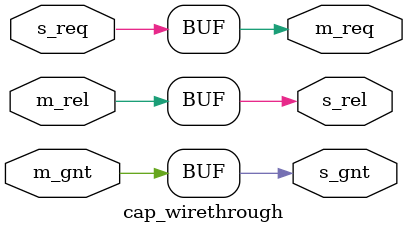
<source format=v>
module cap_wirethrough
#(
parameter integer C_REQ_WIDTH = 1,
parameter integer C_HAS_REQ = 1,
parameter integer C_GNT_WIDTH = 1,
parameter integer C_HAS_GNT = 1,
parameter integer C_REL_WIDTH = 1,
parameter integer C_HAS_REL = 1
)
(
(* X_INTERFACE_INFO = "xilinx.com:interface:cap_rtl:1.0 M_CAP REQ " *)
 output wire [((C_REQ_WIDTH>0)?C_REQ_WIDTH:1)-1:0] m_req,
(* X_INTERFACE_INFO = "xilinx.com:interface:cap_rtl:1.0 M_CAP GNT " *)
 input wire [((C_GNT_WIDTH>0)?C_GNT_WIDTH:1)-1:0] m_gnt,
(* X_INTERFACE_INFO = "xilinx.com:interface:cap_rtl:1.0 M_CAP REL " *)
 input wire [((C_REL_WIDTH>0)?C_REL_WIDTH:1)-1:0] m_rel,
(* X_INTERFACE_INFO = "xilinx.com:interface:cap_rtl:1.0 S_CAP REQ " *)
input wire [((C_REQ_WIDTH>0)?C_REQ_WIDTH:1)-1:0] s_req,
(* X_INTERFACE_INFO = "xilinx.com:interface:cap_rtl:1.0 S_CAP GNT " *)
output wire [((C_GNT_WIDTH>0)?C_GNT_WIDTH:1)-1:0] s_gnt,
(* X_INTERFACE_INFO = "xilinx.com:interface:cap_rtl:1.0 S_CAP REL " *)
output wire [((C_REL_WIDTH>0)?C_REL_WIDTH:1)-1:0] s_rel
);
assign m_req = s_req;
assign s_gnt = m_gnt;
assign s_rel = m_rel;
endmodule

</source>
